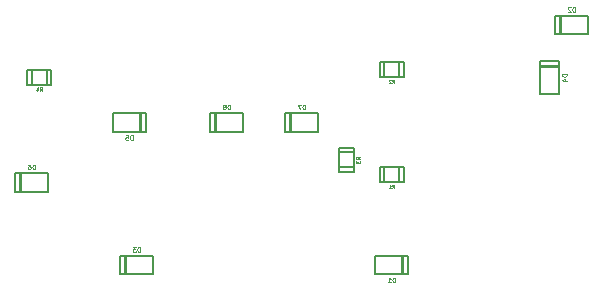
<source format=gbr>
G04 #@! TF.FileFunction,Legend,Bot*
%FSLAX46Y46*%
G04 Gerber Fmt 4.6, Leading zero omitted, Abs format (unit mm)*
G04 Created by KiCad (PCBNEW 0.201506222247+5806~23~ubuntu14.04.1-product) date gio 25 giu 2015 17:09:51 CEST*
%MOMM*%
G01*
G04 APERTURE LIST*
%ADD10C,0.200000*%
%ADD11C,0.127000*%
%ADD12C,0.060960*%
%ADD13C,0.100000*%
G04 APERTURE END LIST*
D10*
D11*
X132715000Y-78740000D02*
X132715000Y-77470000D01*
X131445000Y-78740000D02*
X131445000Y-77495400D01*
X131064000Y-78740000D02*
X133096000Y-78740000D01*
X133096000Y-78740000D02*
X133096000Y-77470000D01*
X133096000Y-77470000D02*
X131064000Y-77470000D01*
X131064000Y-77470000D02*
X131064000Y-78740000D01*
X132715000Y-69850000D02*
X132715000Y-68580000D01*
X131445000Y-69850000D02*
X131445000Y-68605400D01*
X131064000Y-69850000D02*
X133096000Y-69850000D01*
X133096000Y-69850000D02*
X133096000Y-68580000D01*
X133096000Y-68580000D02*
X131064000Y-68580000D01*
X131064000Y-68580000D02*
X131064000Y-69850000D01*
X128905000Y-76200000D02*
X127635000Y-76200000D01*
X128905000Y-77470000D02*
X127660400Y-77470000D01*
X128905000Y-77851000D02*
X128905000Y-75819000D01*
X128905000Y-75819000D02*
X127635000Y-75819000D01*
X127635000Y-75819000D02*
X127635000Y-77851000D01*
X127635000Y-77851000D02*
X128905000Y-77851000D01*
X102870000Y-70485000D02*
X102870000Y-69215000D01*
X101600000Y-70485000D02*
X101600000Y-69240400D01*
X101219000Y-70485000D02*
X103251000Y-70485000D01*
X103251000Y-70485000D02*
X103251000Y-69215000D01*
X103251000Y-69215000D02*
X101219000Y-69215000D01*
X101219000Y-69215000D02*
X101219000Y-70485000D01*
X132979160Y-84924900D02*
X132979160Y-86525100D01*
X133080760Y-86525100D02*
X133080760Y-84924900D01*
X130680460Y-86525100D02*
X133479540Y-86525100D01*
X133479540Y-86525100D02*
X133479540Y-84924900D01*
X133479540Y-84924900D02*
X130680460Y-84924900D01*
X130680460Y-84924900D02*
X130680460Y-86525100D01*
X146420840Y-66205100D02*
X146420840Y-64604900D01*
X146319240Y-64604900D02*
X146319240Y-66205100D01*
X148719540Y-64604900D02*
X145920460Y-64604900D01*
X145920460Y-64604900D02*
X145920460Y-66205100D01*
X145920460Y-66205100D02*
X148719540Y-66205100D01*
X148719540Y-66205100D02*
X148719540Y-64604900D01*
X109590840Y-86525100D02*
X109590840Y-84924900D01*
X109489240Y-84924900D02*
X109489240Y-86525100D01*
X111889540Y-84924900D02*
X109090460Y-84924900D01*
X109090460Y-84924900D02*
X109090460Y-86525100D01*
X109090460Y-86525100D02*
X111889540Y-86525100D01*
X111889540Y-86525100D02*
X111889540Y-84924900D01*
X144614900Y-68950840D02*
X146215100Y-68950840D01*
X146215100Y-68849240D02*
X144614900Y-68849240D01*
X146215100Y-71249540D02*
X146215100Y-68450460D01*
X146215100Y-68450460D02*
X144614900Y-68450460D01*
X144614900Y-68450460D02*
X144614900Y-71249540D01*
X144614900Y-71249540D02*
X146215100Y-71249540D01*
X110754160Y-72859900D02*
X110754160Y-74460100D01*
X110855760Y-74460100D02*
X110855760Y-72859900D01*
X108455460Y-74460100D02*
X111254540Y-74460100D01*
X111254540Y-74460100D02*
X111254540Y-72859900D01*
X111254540Y-72859900D02*
X108455460Y-72859900D01*
X108455460Y-72859900D02*
X108455460Y-74460100D01*
X100700840Y-79540100D02*
X100700840Y-77939900D01*
X100599240Y-77939900D02*
X100599240Y-79540100D01*
X102999540Y-77939900D02*
X100200460Y-77939900D01*
X100200460Y-77939900D02*
X100200460Y-79540100D01*
X100200460Y-79540100D02*
X102999540Y-79540100D01*
X102999540Y-79540100D02*
X102999540Y-77939900D01*
X123560840Y-74460100D02*
X123560840Y-72859900D01*
X123459240Y-72859900D02*
X123459240Y-74460100D01*
X125859540Y-72859900D02*
X123060460Y-72859900D01*
X123060460Y-72859900D02*
X123060460Y-74460100D01*
X123060460Y-74460100D02*
X125859540Y-74460100D01*
X125859540Y-74460100D02*
X125859540Y-72859900D01*
X117210840Y-74460100D02*
X117210840Y-72859900D01*
X117109240Y-72859900D02*
X117109240Y-74460100D01*
X119509540Y-72859900D02*
X116710460Y-72859900D01*
X116710460Y-72859900D02*
X116710460Y-74460100D01*
X116710460Y-74460100D02*
X119509540Y-74460100D01*
X119509540Y-74460100D02*
X119509540Y-72859900D01*
D12*
X132129954Y-79231188D02*
X132229860Y-79088464D01*
X132301222Y-79231188D02*
X132301222Y-78931468D01*
X132187043Y-78931468D01*
X132158498Y-78945740D01*
X132144226Y-78960012D01*
X132129954Y-78988557D01*
X132129954Y-79031374D01*
X132144226Y-79059919D01*
X132158498Y-79074191D01*
X132187043Y-79088464D01*
X132301222Y-79088464D01*
X131844506Y-79231188D02*
X132015774Y-79231188D01*
X131930140Y-79231188D02*
X131930140Y-78931468D01*
X131958685Y-78974285D01*
X131987230Y-79002830D01*
X132015774Y-79017102D01*
X132129954Y-70341188D02*
X132229860Y-70198464D01*
X132301222Y-70341188D02*
X132301222Y-70041468D01*
X132187043Y-70041468D01*
X132158498Y-70055740D01*
X132144226Y-70070012D01*
X132129954Y-70098557D01*
X132129954Y-70141374D01*
X132144226Y-70169919D01*
X132158498Y-70184191D01*
X132187043Y-70198464D01*
X132301222Y-70198464D01*
X132015774Y-70070012D02*
X132001502Y-70055740D01*
X131972957Y-70041468D01*
X131901595Y-70041468D01*
X131873051Y-70055740D01*
X131858778Y-70070012D01*
X131844506Y-70098557D01*
X131844506Y-70127102D01*
X131858778Y-70169919D01*
X132030047Y-70341188D01*
X131844506Y-70341188D01*
X129396188Y-76785046D02*
X129253464Y-76685140D01*
X129396188Y-76613778D02*
X129096468Y-76613778D01*
X129096468Y-76727957D01*
X129110740Y-76756502D01*
X129125012Y-76770774D01*
X129153557Y-76785046D01*
X129196374Y-76785046D01*
X129224919Y-76770774D01*
X129239191Y-76756502D01*
X129253464Y-76727957D01*
X129253464Y-76613778D01*
X129096468Y-76884953D02*
X129096468Y-77070494D01*
X129210647Y-76970587D01*
X129210647Y-77013405D01*
X129224919Y-77041949D01*
X129239191Y-77056222D01*
X129267736Y-77070494D01*
X129339098Y-77070494D01*
X129367643Y-77056222D01*
X129381915Y-77041949D01*
X129396188Y-77013405D01*
X129396188Y-76927770D01*
X129381915Y-76899226D01*
X129367643Y-76884953D01*
X102284954Y-70976188D02*
X102384860Y-70833464D01*
X102456222Y-70976188D02*
X102456222Y-70676468D01*
X102342043Y-70676468D01*
X102313498Y-70690740D01*
X102299226Y-70705012D01*
X102284954Y-70733557D01*
X102284954Y-70776374D01*
X102299226Y-70804919D01*
X102313498Y-70819191D01*
X102342043Y-70833464D01*
X102456222Y-70833464D01*
X102028051Y-70776374D02*
X102028051Y-70976188D01*
X102099413Y-70662195D02*
X102170774Y-70876281D01*
X101985234Y-70876281D01*
D13*
X132375238Y-87206432D02*
X132375238Y-86806432D01*
X132280000Y-86806432D01*
X132222857Y-86825480D01*
X132184762Y-86863575D01*
X132165714Y-86901670D01*
X132146666Y-86977861D01*
X132146666Y-87035004D01*
X132165714Y-87111194D01*
X132184762Y-87149290D01*
X132222857Y-87187385D01*
X132280000Y-87206432D01*
X132375238Y-87206432D01*
X131765714Y-87206432D02*
X131994286Y-87206432D01*
X131880000Y-87206432D02*
X131880000Y-86806432D01*
X131918095Y-86863575D01*
X131956190Y-86901670D01*
X131994286Y-86920718D01*
X147615238Y-64285472D02*
X147615238Y-63885472D01*
X147520000Y-63885472D01*
X147462857Y-63904520D01*
X147424762Y-63942615D01*
X147405714Y-63980710D01*
X147386666Y-64056901D01*
X147386666Y-64114044D01*
X147405714Y-64190234D01*
X147424762Y-64228330D01*
X147462857Y-64266425D01*
X147520000Y-64285472D01*
X147615238Y-64285472D01*
X147234286Y-63923568D02*
X147215238Y-63904520D01*
X147177143Y-63885472D01*
X147081905Y-63885472D01*
X147043809Y-63904520D01*
X147024762Y-63923568D01*
X147005714Y-63961663D01*
X147005714Y-63999758D01*
X147024762Y-64056901D01*
X147253333Y-64285472D01*
X147005714Y-64285472D01*
X110785238Y-84605472D02*
X110785238Y-84205472D01*
X110690000Y-84205472D01*
X110632857Y-84224520D01*
X110594762Y-84262615D01*
X110575714Y-84300710D01*
X110556666Y-84376901D01*
X110556666Y-84434044D01*
X110575714Y-84510234D01*
X110594762Y-84548330D01*
X110632857Y-84586425D01*
X110690000Y-84605472D01*
X110785238Y-84605472D01*
X110423333Y-84205472D02*
X110175714Y-84205472D01*
X110309047Y-84357853D01*
X110251905Y-84357853D01*
X110213809Y-84376901D01*
X110194762Y-84395949D01*
X110175714Y-84434044D01*
X110175714Y-84529282D01*
X110194762Y-84567377D01*
X110213809Y-84586425D01*
X110251905Y-84605472D01*
X110366190Y-84605472D01*
X110404286Y-84586425D01*
X110423333Y-84567377D01*
X146896432Y-69554762D02*
X146496432Y-69554762D01*
X146496432Y-69650000D01*
X146515480Y-69707143D01*
X146553575Y-69745238D01*
X146591670Y-69764286D01*
X146667861Y-69783334D01*
X146725004Y-69783334D01*
X146801194Y-69764286D01*
X146839290Y-69745238D01*
X146877385Y-69707143D01*
X146896432Y-69650000D01*
X146896432Y-69554762D01*
X146629766Y-70126191D02*
X146896432Y-70126191D01*
X146477385Y-70030953D02*
X146763099Y-69935714D01*
X146763099Y-70183334D01*
X110150238Y-75141432D02*
X110150238Y-74741432D01*
X110055000Y-74741432D01*
X109997857Y-74760480D01*
X109959762Y-74798575D01*
X109940714Y-74836670D01*
X109921666Y-74912861D01*
X109921666Y-74970004D01*
X109940714Y-75046194D01*
X109959762Y-75084290D01*
X109997857Y-75122385D01*
X110055000Y-75141432D01*
X110150238Y-75141432D01*
X109559762Y-74741432D02*
X109750238Y-74741432D01*
X109769286Y-74931909D01*
X109750238Y-74912861D01*
X109712143Y-74893813D01*
X109616905Y-74893813D01*
X109578809Y-74912861D01*
X109559762Y-74931909D01*
X109540714Y-74970004D01*
X109540714Y-75065242D01*
X109559762Y-75103337D01*
X109578809Y-75122385D01*
X109616905Y-75141432D01*
X109712143Y-75141432D01*
X109750238Y-75122385D01*
X109769286Y-75103337D01*
X101895238Y-77620472D02*
X101895238Y-77220472D01*
X101800000Y-77220472D01*
X101742857Y-77239520D01*
X101704762Y-77277615D01*
X101685714Y-77315710D01*
X101666666Y-77391901D01*
X101666666Y-77449044D01*
X101685714Y-77525234D01*
X101704762Y-77563330D01*
X101742857Y-77601425D01*
X101800000Y-77620472D01*
X101895238Y-77620472D01*
X101323809Y-77220472D02*
X101400000Y-77220472D01*
X101438095Y-77239520D01*
X101457143Y-77258568D01*
X101495238Y-77315710D01*
X101514286Y-77391901D01*
X101514286Y-77544282D01*
X101495238Y-77582377D01*
X101476190Y-77601425D01*
X101438095Y-77620472D01*
X101361905Y-77620472D01*
X101323809Y-77601425D01*
X101304762Y-77582377D01*
X101285714Y-77544282D01*
X101285714Y-77449044D01*
X101304762Y-77410949D01*
X101323809Y-77391901D01*
X101361905Y-77372853D01*
X101438095Y-77372853D01*
X101476190Y-77391901D01*
X101495238Y-77410949D01*
X101514286Y-77449044D01*
X124755238Y-72540472D02*
X124755238Y-72140472D01*
X124660000Y-72140472D01*
X124602857Y-72159520D01*
X124564762Y-72197615D01*
X124545714Y-72235710D01*
X124526666Y-72311901D01*
X124526666Y-72369044D01*
X124545714Y-72445234D01*
X124564762Y-72483330D01*
X124602857Y-72521425D01*
X124660000Y-72540472D01*
X124755238Y-72540472D01*
X124393333Y-72140472D02*
X124126666Y-72140472D01*
X124298095Y-72540472D01*
X118405238Y-72540472D02*
X118405238Y-72140472D01*
X118310000Y-72140472D01*
X118252857Y-72159520D01*
X118214762Y-72197615D01*
X118195714Y-72235710D01*
X118176666Y-72311901D01*
X118176666Y-72369044D01*
X118195714Y-72445234D01*
X118214762Y-72483330D01*
X118252857Y-72521425D01*
X118310000Y-72540472D01*
X118405238Y-72540472D01*
X117948095Y-72311901D02*
X117986190Y-72292853D01*
X118005238Y-72273806D01*
X118024286Y-72235710D01*
X118024286Y-72216663D01*
X118005238Y-72178568D01*
X117986190Y-72159520D01*
X117948095Y-72140472D01*
X117871905Y-72140472D01*
X117833809Y-72159520D01*
X117814762Y-72178568D01*
X117795714Y-72216663D01*
X117795714Y-72235710D01*
X117814762Y-72273806D01*
X117833809Y-72292853D01*
X117871905Y-72311901D01*
X117948095Y-72311901D01*
X117986190Y-72330949D01*
X118005238Y-72349996D01*
X118024286Y-72388091D01*
X118024286Y-72464282D01*
X118005238Y-72502377D01*
X117986190Y-72521425D01*
X117948095Y-72540472D01*
X117871905Y-72540472D01*
X117833809Y-72521425D01*
X117814762Y-72502377D01*
X117795714Y-72464282D01*
X117795714Y-72388091D01*
X117814762Y-72349996D01*
X117833809Y-72330949D01*
X117871905Y-72311901D01*
M02*

</source>
